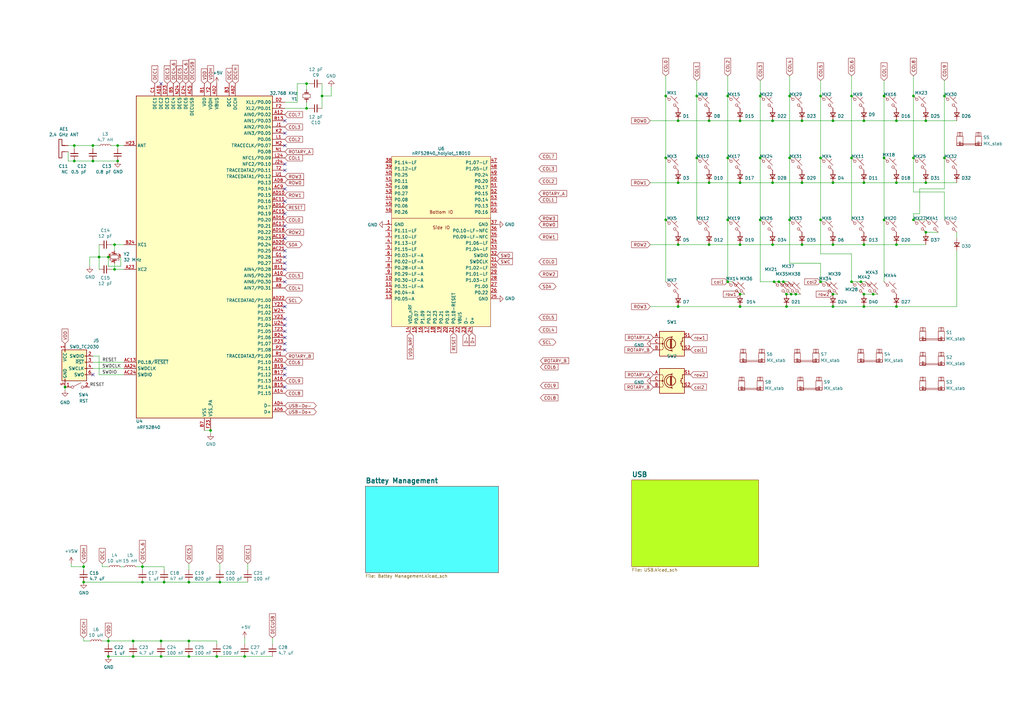
<source format=kicad_sch>
(kicad_sch (version 20230121) (generator eeschema)
  (paper "A3")
  (junction (at 303.53 100.33))
  (junction (at 367.665 125.73))
  (junction (at 303.53 120.65))
  (junction (at 44.45 105.41) (diameter 0.9144))
  (junction (at 273.05 39.37))
  (junction (at 362.585 39.37))
  (junction (at 336.55 39.37))
  (junction (at 354.33 125.73))
  (junction (at 319.405 115.57))
  (junction (at 273.05 64.77))
  (junction (at 290.83 74.93))
  (junction (at 323.85 39.37))
  (junction (at 303.53 125.73))
  (junction (at 324.485 120.65))
  (junction (at 34.29 238.76) (diameter 0.9144))
  (junction (at 341.63 120.65))
  (junction (at 278.13 100.33))
  (junction (at 100.33 269.24) (diameter 0.9144))
  (junction (at 26.67 158.75))
  (junction (at 362.585 90.17))
  (junction (at 58.42 238.76) (diameter 0.9144))
  (junction (at 341.63 125.73))
  (junction (at 354.33 100.33))
  (junction (at 34.29 232.41) (diameter 0.9144))
  (junction (at 44.45 262.89) (diameter 0.9144))
  (junction (at 367.665 100.33))
  (junction (at 354.33 74.93))
  (junction (at 40.64 105.41) (diameter 0.9144))
  (junction (at 38.1 66.04) (diameter 0.9144))
  (junction (at 341.63 100.33))
  (junction (at 46.99 100.33) (diameter 0.9144))
  (junction (at 354.33 120.65))
  (junction (at 311.785 90.17))
  (junction (at 125.73 44.45) (diameter 0.9144))
  (junction (at 341.63 74.93))
  (junction (at 278.13 49.53))
  (junction (at 379.73 49.53))
  (junction (at 285.75 64.77))
  (junction (at 298.45 90.17))
  (junction (at 48.26 59.69) (diameter 0.9144))
  (junction (at 374.65 39.37))
  (junction (at 322.58 120.65))
  (junction (at 328.93 74.93))
  (junction (at 323.85 64.77))
  (junction (at 298.45 64.77))
  (junction (at 290.83 49.53))
  (junction (at 362.585 64.77))
  (junction (at 387.35 39.37))
  (junction (at 316.865 100.33))
  (junction (at 90.17 238.76) (diameter 0.9144))
  (junction (at 336.55 115.57))
  (junction (at 303.53 74.93))
  (junction (at 86.36 176.53) (diameter 0.9144))
  (junction (at 88.9 269.24) (diameter 0.9144))
  (junction (at 328.93 49.53))
  (junction (at 374.65 90.17))
  (junction (at 48.26 66.04) (diameter 0.9144))
  (junction (at 358.14 120.65))
  (junction (at 349.25 39.37))
  (junction (at 336.55 90.17))
  (junction (at 323.85 90.17))
  (junction (at 328.93 100.33))
  (junction (at 317.5 115.57))
  (junction (at 326.39 120.65))
  (junction (at 30.48 59.69))
  (junction (at 387.35 64.77))
  (junction (at 285.75 39.37))
  (junction (at 77.47 269.24) (diameter 0.9144))
  (junction (at 44.45 269.24) (diameter 0.9144))
  (junction (at 349.25 115.57))
  (junction (at 38.1 59.69) (diameter 0.9144))
  (junction (at 367.665 74.93))
  (junction (at 379.73 74.93))
  (junction (at 54.61 269.24) (diameter 0.9144))
  (junction (at 311.785 64.77))
  (junction (at 290.83 100.33))
  (junction (at 367.665 49.53))
  (junction (at 316.865 74.93))
  (junction (at 303.53 49.53))
  (junction (at 316.865 49.53))
  (junction (at 125.73 34.29) (diameter 0.9144))
  (junction (at 66.04 269.24) (diameter 0.9144))
  (junction (at 66.04 262.89) (diameter 0.9144))
  (junction (at 349.25 64.77))
  (junction (at 54.61 262.89) (diameter 0.9144))
  (junction (at 298.45 39.37))
  (junction (at 30.48 66.04))
  (junction (at 322.58 125.73))
  (junction (at 67.31 238.76) (diameter 0.9144))
  (junction (at 353.06 115.57))
  (junction (at 273.05 90.17))
  (junction (at 298.45 115.57))
  (junction (at 341.63 49.53))
  (junction (at 336.55 64.77))
  (junction (at 77.47 238.76) (diameter 0.9144))
  (junction (at 77.47 262.89) (diameter 0.9144))
  (junction (at 278.13 125.73))
  (junction (at 321.31 115.57))
  (junction (at 311.785 39.37))
  (junction (at 379.73 95.25))
  (junction (at 46.99 110.49) (diameter 0.9144))
  (junction (at 58.42 232.41) (diameter 0.9144))
  (junction (at 132.08 39.37) (diameter 0.9144))
  (junction (at 354.33 49.53))
  (junction (at 374.65 64.77))
  (junction (at 278.13 74.93))
  (no_connect (at 116.84 59.69))
  (no_connect (at 116.84 133.35))
  (no_connect (at 116.84 135.89))
  (no_connect (at 116.84 110.49))
  (no_connect (at 116.84 115.57))
  (no_connect (at 116.84 151.13))
  (no_connect (at 116.84 140.97))
  (no_connect (at 116.84 158.75))
  (no_connect (at 116.84 92.71))
  (no_connect (at 116.84 54.61))
  (no_connect (at 116.84 143.51))
  (no_connect (at 116.84 105.41))
  (no_connect (at 116.84 67.31))
  (no_connect (at 116.84 82.55))
  (no_connect (at 116.84 125.73))
  (no_connect (at 116.84 87.63))
  (no_connect (at 116.84 49.53))
  (no_connect (at 116.84 77.47))
  (no_connect (at 116.84 107.95))
  (no_connect (at 116.84 130.81))
  (no_connect (at 116.84 69.85))
  (no_connect (at 116.84 102.87))
  (no_connect (at 38.1 153.67))
  (no_connect (at 116.84 138.43))
  (no_connect (at 116.84 97.79))
  (no_connect (at 66.04 34.29))
  (no_connect (at 116.84 153.67))
  (wire (pts (xy 303.53 49.53) (xy 316.865 49.53)))
  (wire (pts (xy 86.36 176.53) (xy 83.82 176.53)))
  (wire (pts (xy 285.75 39.37) (xy 285.75 64.77)))
  (wire (pts (xy 77.47 262.89) (xy 88.9 262.89)))
  (wire (pts (xy 367.665 74.93) (xy 379.73 74.93)))
  (wire (pts (xy 326.39 120.65) (xy 328.295 120.65)))
  (wire (pts (xy 58.42 232.41) (xy 67.31 232.41)))
  (wire (pts (xy 44.45 262.89) (xy 44.45 264.16)))
  (wire (pts (xy 44.45 269.24) (xy 54.61 269.24)))
  (wire (pts (xy 54.61 262.89) (xy 66.04 262.89)))
  (wire (pts (xy 316.865 100.33) (xy 328.93 100.33)))
  (wire (pts (xy 354.33 120.65) (xy 358.14 120.65)))
  (wire (pts (xy 54.61 269.24) (xy 66.04 269.24)))
  (wire (pts (xy 38.1 148.59) (xy 50.8 148.59)))
  (wire (pts (xy 278.13 125.73) (xy 303.53 125.73)))
  (wire (pts (xy 311.785 33.02) (xy 311.785 39.37)))
  (wire (pts (xy 298.45 90.17) (xy 298.45 115.57)))
  (wire (pts (xy 77.47 269.24) (xy 88.9 269.24)))
  (wire (pts (xy 362.585 33.02) (xy 362.585 39.37)))
  (wire (pts (xy 336.55 90.17) (xy 336.55 104.14)))
  (wire (pts (xy 379.73 95.25) (xy 384.81 95.25)))
  (wire (pts (xy 46.99 110.49) (xy 50.8 110.49)))
  (wire (pts (xy 36.83 105.41) (xy 40.64 105.41)))
  (wire (pts (xy 387.35 78.74) (xy 387.35 90.17)))
  (wire (pts (xy 34.29 233.68) (xy 34.29 232.41)))
  (wire (pts (xy 349.25 115.57) (xy 353.06 115.57)))
  (wire (pts (xy 377.19 77.47) (xy 387.35 77.47)))
  (wire (pts (xy 88.9 262.89) (xy 88.9 264.16)))
  (wire (pts (xy 125.73 34.29) (xy 127 34.29)))
  (wire (pts (xy 27.94 66.04) (xy 30.48 66.04)))
  (wire (pts (xy 362.585 90.17) (xy 362.585 115.57)))
  (wire (pts (xy 336.55 107.95) (xy 336.55 115.57)))
  (wire (pts (xy 44.45 262.89) (xy 54.61 262.89)))
  (wire (pts (xy 354.33 125.73) (xy 367.665 125.73)))
  (wire (pts (xy 67.31 232.41) (xy 67.31 233.68)))
  (wire (pts (xy 46.99 100.33) (xy 50.8 100.33)))
  (wire (pts (xy 55.88 232.41) (xy 58.42 232.41)))
  (wire (pts (xy 48.26 59.69) (xy 50.8 59.69)))
  (wire (pts (xy 46.99 110.49) (xy 45.72 110.49)))
  (wire (pts (xy 26.67 158.75) (xy 26.67 160.02)))
  (wire (pts (xy 392.43 102.87) (xy 392.43 125.73)))
  (wire (pts (xy 125.73 34.29) (xy 121.92 34.29)))
  (wire (pts (xy 44.45 109.22) (xy 44.45 105.41)))
  (wire (pts (xy 86.36 177.8) (xy 86.36 176.53)))
  (wire (pts (xy 278.13 49.53) (xy 290.83 49.53)))
  (wire (pts (xy 266.7 74.93) (xy 278.13 74.93)))
  (wire (pts (xy 77.47 262.89) (xy 77.47 264.16)))
  (wire (pts (xy 49.53 105.41) (xy 49.53 109.22)))
  (wire (pts (xy 354.33 49.53) (xy 367.665 49.53)))
  (wire (pts (xy 349.25 31.115) (xy 349.25 39.37)))
  (wire (pts (xy 273.05 90.17) (xy 273.05 115.57)))
  (wire (pts (xy 323.85 90.17) (xy 323.85 107.95)))
  (wire (pts (xy 36.83 109.22) (xy 36.83 105.41)))
  (wire (pts (xy 367.665 100.33) (xy 379.73 100.33)))
  (wire (pts (xy 319.405 115.57) (xy 321.31 115.57)))
  (wire (pts (xy 46.99 102.87) (xy 46.99 100.33)))
  (wire (pts (xy 38.1 59.69) (xy 38.1 60.96)))
  (wire (pts (xy 317.5 115.57) (xy 319.405 115.57)))
  (wire (pts (xy 121.92 34.29) (xy 121.92 41.91)))
  (wire (pts (xy 303.53 120.65) (xy 305.435 120.65)))
  (wire (pts (xy 328.93 49.53) (xy 341.63 49.53)))
  (wire (pts (xy 303.53 74.93) (xy 316.865 74.93)))
  (wire (pts (xy 341.63 74.93) (xy 354.33 74.93)))
  (wire (pts (xy 367.665 125.73) (xy 392.43 125.73)))
  (wire (pts (xy 324.485 120.65) (xy 326.39 120.65)))
  (wire (pts (xy 100.33 269.24) (xy 111.76 269.24)))
  (wire (pts (xy 349.25 39.37) (xy 349.25 64.77)))
  (wire (pts (xy 278.13 74.93) (xy 290.83 74.93)))
  (wire (pts (xy 135.89 39.37) (xy 132.08 39.37)))
  (wire (pts (xy 266.7 100.33) (xy 278.13 100.33)))
  (wire (pts (xy 341.63 100.33) (xy 354.33 100.33)))
  (wire (pts (xy 374.65 39.37) (xy 374.65 64.77)))
  (wire (pts (xy 341.63 125.73) (xy 354.33 125.73)))
  (wire (pts (xy 354.33 74.93) (xy 367.665 74.93)))
  (wire (pts (xy 266.7 49.53) (xy 278.13 49.53)))
  (wire (pts (xy 328.93 74.93) (xy 341.63 74.93)))
  (wire (pts (xy 40.64 59.69) (xy 38.1 59.69)))
  (wire (pts (xy 336.55 115.57) (xy 338.455 115.57)))
  (wire (pts (xy 374.65 87.63) (xy 374.65 90.17)))
  (wire (pts (xy 49.53 232.41) (xy 50.8 232.41)))
  (wire (pts (xy 311.8193 115.57) (xy 311.785 115.5357)))
  (wire (pts (xy 40.64 110.49) (xy 40.64 105.41)))
  (wire (pts (xy 316.865 74.93) (xy 328.93 74.93)))
  (wire (pts (xy 290.83 100.33) (xy 303.53 100.33)))
  (wire (pts (xy 317.5 115.57) (xy 311.8193 115.57)))
  (wire (pts (xy 49.53 109.22) (xy 44.45 109.22)))
  (wire (pts (xy 135.89 35.56) (xy 135.89 39.37)))
  (wire (pts (xy 29.21 231.14) (xy 29.21 232.41)))
  (wire (pts (xy 132.08 39.37) (xy 132.08 44.45)))
  (wire (pts (xy 132.08 34.29) (xy 132.08 39.37)))
  (wire (pts (xy 44.45 262.89) (xy 41.91 262.89)))
  (wire (pts (xy 377.19 77.47) (xy 377.19 87.63)))
  (wire (pts (xy 58.42 238.76) (xy 67.31 238.76)))
  (wire (pts (xy 41.91 231.14) (xy 41.91 232.41)))
  (wire (pts (xy 46.99 107.95) (xy 46.99 110.49)))
  (wire (pts (xy 298.45 39.37) (xy 298.45 64.77)))
  (wire (pts (xy 40.64 105.41) (xy 40.64 100.33)))
  (wire (pts (xy 58.42 232.41) (xy 58.42 231.14)))
  (wire (pts (xy 111.76 261.62) (xy 111.76 264.16)))
  (wire (pts (xy 311.785 39.37) (xy 311.785 64.77)))
  (wire (pts (xy 322.58 120.65) (xy 324.485 120.65)))
  (wire (pts (xy 27.94 62.23) (xy 27.94 66.04)))
  (wire (pts (xy 77.47 233.68) (xy 77.47 231.14)))
  (wire (pts (xy 298.45 64.77) (xy 298.45 90.17)))
  (wire (pts (xy 298.45 115.57) (xy 300.355 115.57)))
  (wire (pts (xy 336.55 104.14) (xy 349.25 104.14)))
  (wire (pts (xy 266.7 125.73) (xy 278.13 125.73)))
  (wire (pts (xy 36.83 262.89) (xy 34.29 262.89)))
  (wire (pts (xy 58.42 232.41) (xy 58.42 233.68)))
  (wire (pts (xy 311.785 90.17) (xy 311.785 115.5357)))
  (wire (pts (xy 273.05 31.115) (xy 273.05 39.37)))
  (wire (pts (xy 30.48 66.04) (xy 38.1 66.04)))
  (wire (pts (xy 46.99 100.33) (xy 45.72 100.33)))
  (wire (pts (xy 374.65 78.74) (xy 387.35 78.74)))
  (wire (pts (xy 303.53 125.73) (xy 322.58 125.73)))
  (wire (pts (xy 34.29 261.62) (xy 34.29 262.89)))
  (wire (pts (xy 322.58 125.73) (xy 341.63 125.73)))
  (wire (pts (xy 349.25 104.14) (xy 349.25 115.57)))
  (wire (pts (xy 67.31 238.76) (xy 77.47 238.76)))
  (wire (pts (xy 41.91 232.41) (xy 44.45 232.41)))
  (wire (pts (xy 48.26 59.69) (xy 48.26 60.96)))
  (wire (pts (xy 379.73 49.53) (xy 392.43 49.53)))
  (wire (pts (xy 374.65 90.17) (xy 379.73 90.17)))
  (wire (pts (xy 273.05 64.77) (xy 273.05 90.17)))
  (wire (pts (xy 358.14 120.65) (xy 360.045 120.65)))
  (wire (pts (xy 316.865 49.53) (xy 328.93 49.53)))
  (wire (pts (xy 100.33 261.62) (xy 100.33 264.16)))
  (wire (pts (xy 27.94 59.69) (xy 30.48 59.69)))
  (wire (pts (xy 392.43 95.25) (xy 392.43 97.79)))
  (wire (pts (xy 323.85 31.115) (xy 323.85 39.37)))
  (wire (pts (xy 290.83 74.93) (xy 303.53 74.93)))
  (wire (pts (xy 116.84 44.45) (xy 125.73 44.45)))
  (wire (pts (xy 38.1 146.05) (xy 40.64 146.05)))
  (wire (pts (xy 285.75 64.77) (xy 285.75 90.17)))
  (wire (pts (xy 125.73 36.83) (xy 125.73 34.29)))
  (wire (pts (xy 54.61 264.16) (xy 54.61 262.89)))
  (wire (pts (xy 125.73 44.45) (xy 127 44.45)))
  (wire (pts (xy 336.55 64.77) (xy 336.55 90.17)))
  (wire (pts (xy 125.73 41.91) (xy 125.73 44.45)))
  (wire (pts (xy 387.35 33.02) (xy 387.35 39.37)))
  (wire (pts (xy 273.05 39.37) (xy 273.05 64.77)))
  (wire (pts (xy 77.47 238.76) (xy 90.17 238.76)))
  (wire (pts (xy 44.45 261.62) (xy 44.45 262.89)))
  (wire (pts (xy 40.64 153.67) (xy 50.8 153.67)))
  (wire (pts (xy 328.93 100.33) (xy 341.63 100.33)))
  (wire (pts (xy 354.33 100.33) (xy 367.665 100.33)))
  (wire (pts (xy 90.17 231.14) (xy 90.17 233.68)))
  (wire (pts (xy 298.45 31.115) (xy 298.45 39.37)))
  (wire (pts (xy 88.9 269.24) (xy 100.33 269.24)))
  (wire (pts (xy 38.1 151.13) (xy 50.8 151.13)))
  (wire (pts (xy 321.31 115.57) (xy 323.215 115.57)))
  (wire (pts (xy 29.21 232.41) (xy 34.29 232.41)))
  (wire (pts (xy 121.92 41.91) (xy 116.84 41.91)))
  (wire (pts (xy 341.63 49.53) (xy 354.33 49.53)))
  (wire (pts (xy 290.83 49.53) (xy 303.53 49.53)))
  (wire (pts (xy 44.45 105.41) (xy 40.64 105.41)))
  (wire (pts (xy 303.53 100.33) (xy 316.865 100.33)))
  (wire (pts (xy 374.65 87.63) (xy 377.19 87.63)))
  (wire (pts (xy 66.04 262.89) (xy 66.04 264.16)))
  (wire (pts (xy 367.665 49.53) (xy 379.73 49.53)))
  (wire (pts (xy 45.72 59.69) (xy 48.26 59.69)))
  (wire (pts (xy 374.65 31.115) (xy 374.65 39.37)))
  (wire (pts (xy 379.73 74.93) (xy 392.43 74.93)))
  (wire (pts (xy 323.85 107.95) (xy 336.55 107.95)))
  (wire (pts (xy 66.04 262.89) (xy 77.47 262.89)))
  (wire (pts (xy 30.48 59.69) (xy 30.48 60.96)))
  (wire (pts (xy 34.29 238.76) (xy 58.42 238.76)))
  (wire (pts (xy 349.25 64.77) (xy 349.25 90.17)))
  (wire (pts (xy 40.64 146.05) (xy 40.64 153.67)))
  (wire (pts (xy 323.85 64.77) (xy 323.85 90.17)))
  (wire (pts (xy 34.29 232.41) (xy 34.29 231.14)))
  (wire (pts (xy 336.55 33.02) (xy 336.55 39.37)))
  (wire (pts (xy 341.63 120.65) (xy 343.535 120.65)))
  (wire (pts (xy 66.04 269.24) (xy 77.47 269.24)))
  (wire (pts (xy 387.35 64.77) (xy 387.35 77.47)))
  (wire (pts (xy 374.65 64.77) (xy 374.65 78.74)))
  (wire (pts (xy 311.785 64.77) (xy 311.785 90.17)))
  (wire (pts (xy 285.75 33.02) (xy 285.75 39.37)))
  (wire (pts (xy 30.48 59.69) (xy 38.1 59.69)))
  (wire (pts (xy 323.85 39.37) (xy 323.85 64.77)))
  (wire (pts (xy 101.6 231.14) (xy 101.6 233.68)))
  (wire (pts (xy 278.13 100.33) (xy 290.83 100.33)))
  (wire (pts (xy 387.35 39.37) (xy 387.35 64.77)))
  (wire (pts (xy 90.17 238.76) (xy 101.6 238.76)))
  (wire (pts (xy 362.585 39.37) (xy 362.585 64.77)))
  (wire (pts (xy 38.1 66.04) (xy 48.26 66.04)))
  (wire (pts (xy 362.585 64.77) (xy 362.585 90.17)))
  (wire (pts (xy 353.06 115.57) (xy 354.965 115.57)))
  (wire (pts (xy 336.55 39.37) (xy 336.55 64.77)))
  (label "SWDCLK" (at 41.91 151.13 0))
  (label "SWDIO" (at 41.91 153.67 0))
  (label "RESET" (at 36.83 158.75 0))
  (label "RESET" (at 41.91 148.59 0))
  (global_label "DCC" (shape input) (at 41.91 231.14 90) (property "Intersheetrefs" "${INTERSHEET_REFS}" (effects hide)))
  (global_label "VDD" (shape input) (at 44.45 261.62 90) (property "Intersheetrefs" "${INTERSHEET_REFS}" (effects hide)))
  (global_label "ROW3" (shape input) (at 266.7 125.73 180) (property "Intersheetrefs" "${INTERSHEET_REFS}" (effects hide)))
  (global_label "ROTARY_B" (shape input) (at 267.97 143.51 180) (property "Intersheetrefs" "${INTERSHEET_REFS}" (effects hide)))
  (global_label "DEC1" (shape input) (at 63.5 34.29 90) (property "Intersheetrefs" "${INTERSHEET_REFS}" (effects hide)))
  (global_label "ROW0" (shape input) (at 220.98 92.075 0) (property "Intersheetrefs" "${INTERSHEET_REFS}" (effects hide)))
  (global_label "SWD" (shape input) (at 203.835 104.775 0) (property "Intersheetrefs" "${INTERSHEET_REFS}" (effects hide)))
  (global_label "ROW0" (shape input) (at 116.84 74.93 0) (property "Intersheetrefs" "${INTERSHEET_REFS}" (effects hide)))
  (global_label "RESET" (shape input) (at 186.055 136.525 270) (property "Intersheetrefs" "${INTERSHEET_REFS}" (effects hide)))
  (global_label "row1" (shape input) (at 283.21 138.43 0) (property "Intersheetrefs" "${INTERSHEET_REFS}" (effects hide)))
  (global_label "DEC4_6" (shape input) (at 71.12 34.29 90) (property "Intersheetrefs" "${INTERSHEET_REFS}" (effects hide)))
  (global_label "DCCH" (shape input) (at 96.52 34.29 90) (property "Intersheetrefs" "${INTERSHEET_REFS}" (effects hide)))
  (global_label "COL0" (shape input) (at 116.84 90.17 0) (property "Intersheetrefs" "${INTERSHEET_REFS}" (effects hide)))
  (global_label "VDD_NRF" (shape input) (at 168.275 136.525 270) (property "Intersheetrefs" "${INTERSHEET_REFS}" (effects hide)))
  (global_label "SWC" (shape input) (at 203.835 107.315 0) (property "Intersheetrefs" "${INTERSHEET_REFS}" (effects hide)))
  (global_label "RESET" (shape input) (at 116.84 85.09 0) (property "Intersheetrefs" "${INTERSHEET_REFS}" (effects hide)))
  (global_label "ROW3" (shape input) (at 220.98 89.535 0) (property "Intersheetrefs" "${INTERSHEET_REFS}" (effects hide)))
  (global_label "col2" (shape input) (at 283.21 158.75 0) (property "Intersheetrefs" "${INTERSHEET_REFS}" (effects hide)))
  (global_label "ROTARY_B" (shape input) (at 221.615 147.955 0) (property "Intersheetrefs" "${INTERSHEET_REFS}" (effects hide)))
  (global_label "row2" (shape input) (at 341.63 120.65 180) (property "Intersheetrefs" "${INTERSHEET_REFS}" (effects hide)))
  (global_label "COL1" (shape input) (at 116.84 64.77 0) (property "Intersheetrefs" "${INTERSHEET_REFS}" (effects hide)))
  (global_label "ROW3" (shape input) (at 116.84 72.39 0) (property "Intersheetrefs" "${INTERSHEET_REFS}" (effects hide)))
  (global_label "VDD" (shape input) (at 83.82 34.29 90) (property "Intersheetrefs" "${INTERSHEET_REFS}" (effects hide)))
  (global_label "COL1" (shape input) (at 285.75 33.02 90) (property "Intersheetrefs" "${INTERSHEET_REFS}" (effects hide)))
  (global_label "col1" (shape input) (at 283.21 143.51 0) (property "Intersheetrefs" "${INTERSHEET_REFS}" (effects hide)))
  (global_label "row1" (shape input) (at 303.53 120.65 180) (property "Intersheetrefs" "${INTERSHEET_REFS}" (effects hide)))
  (global_label "COL4" (shape input) (at 116.84 118.11 0) (property "Intersheetrefs" "${INTERSHEET_REFS}" (effects hide)))
  (global_label "SDA" (shape bidirectional) (at 220.98 117.475 0) (property "Intersheetrefs" "${INTERSHEET_REFS}" (effects hide)))
  (global_label "ROTARY_A" (shape input) (at 220.98 79.375 0) (property "Intersheetrefs" "${INTERSHEET_REFS}" (effects hide)))
  (global_label "COL6" (shape input) (at 221.615 150.495 0) (property "Intersheetrefs" "${INTERSHEET_REFS}" (effects hide)))
  (global_label "VDDH" (shape input) (at 34.29 231.14 90) (property "Intersheetrefs" "${INTERSHEET_REFS}" (effects hide)))
  (global_label "COL5" (shape input) (at 220.98 130.175 0) (property "Intersheetrefs" "${INTERSHEET_REFS}" (effects hide)))
  (global_label "ROTARY_A" (shape input) (at 267.97 153.67 180) (property "Intersheetrefs" "${INTERSHEET_REFS}" (effects hide)))
  (global_label "COL0" (shape input) (at 273.05 31.115 90) (property "Intersheetrefs" "${INTERSHEET_REFS}" (effects hide)))
  (global_label "COL2" (shape input) (at 298.45 31.115 90) (property "Intersheetrefs" "${INTERSHEET_REFS}" (effects hide)))
  (global_label "USB-Do+" (shape bidirectional) (at 116.84 168.91 0) (property "Intersheetrefs" "${INTERSHEET_REFS}" (effects hide)))
  (global_label "COL6" (shape input) (at 116.84 148.59 0) (property "Intersheetrefs" "${INTERSHEET_REFS}" (effects hide)))
  (global_label "ROW2" (shape input) (at 116.84 95.25 0) (property "Intersheetrefs" "${INTERSHEET_REFS}" (effects hide)))
  (global_label "D-" (shape input) (at 191.135 136.525 270) (property "Intersheetrefs" "${INTERSHEET_REFS}" (effects hide)))
  (global_label "DEC3" (shape input) (at 90.17 231.14 90) (property "Intersheetrefs" "${INTERSHEET_REFS}" (effects hide)))
  (global_label "ROW1" (shape input) (at 266.7 74.93 180) (property "Intersheetrefs" "${INTERSHEET_REFS}" (effects hide)))
  (global_label "DEC1" (shape input) (at 101.6 231.14 90) (property "Intersheetrefs" "${INTERSHEET_REFS}" (effects hide)))
  (global_label "ROTARY_A" (shape input) (at 116.84 62.23 0) (property "Intersheetrefs" "${INTERSHEET_REFS}" (effects hide)))
  (global_label "DECUSB" (shape input) (at 78.74 34.29 90) (property "Intersheetrefs" "${INTERSHEET_REFS}" (effects hide)))
  (global_label "ROW1" (shape input) (at 116.84 80.01 0) (property "Intersheetrefs" "${INTERSHEET_REFS}" (effects hide)))
  (global_label "USB-Do-" (shape bidirectional) (at 116.84 166.37 0) (property "Intersheetrefs" "${INTERSHEET_REFS}" (effects hide)))
  (global_label "ROTARY_B" (shape input) (at 267.97 158.75 180) (property "Intersheetrefs" "${INTERSHEET_REFS}" (effects hide)))
  (global_label "COL8" (shape input) (at 221.615 163.195 0) (property "Intersheetrefs" "${INTERSHEET_REFS}" (effects hide)))
  (global_label "ROW2" (shape input) (at 266.7 100.33 180) (property "Intersheetrefs" "${INTERSHEET_REFS}" (effects hide)))
  (global_label "ROW0" (shape input) (at 266.7 49.53 180) (property "Intersheetrefs" "${INTERSHEET_REFS}" (effects hide)))
  (global_label "ROTARY_A" (shape input) (at 267.97 138.43 180) (property "Intersheetrefs" "${INTERSHEET_REFS}" (effects hide)))
  (global_label "COL5" (shape input) (at 116.84 113.03 0) (property "Intersheetrefs" "${INTERSHEET_REFS}" (effects hide)))
  (global_label "COL5" (shape input) (at 336.55 33.02 90) (property "Intersheetrefs" "${INTERSHEET_REFS}" (effects hide)))
  (global_label "COL7" (shape input) (at 362.585 33.02 90) (property "Intersheetrefs" "${INTERSHEET_REFS}" (effects hide)))
  (global_label "VDD" (shape input) (at 26.67 140.97 90) (property "Intersheetrefs" "${INTERSHEET_REFS}" (effects hide)))
  (global_label "col1" (shape input) (at 298.45 115.57 180) (property "Intersheetrefs" "${INTERSHEET_REFS}" (effects hide)))
  (global_label "COL0" (shape input) (at 220.98 107.315 0) (property "Intersheetrefs" "${INTERSHEET_REFS}" (effects hide)))
  (global_label "COL9" (shape input) (at 221.615 158.115 0) (property "Intersheetrefs" "${INTERSHEET_REFS}" (effects hide)))
  (global_label "SCL" (shape bidirectional) (at 116.84 123.19 0) (property "Intersheetrefs" "${INTERSHEET_REFS}" (effects hide)))
  (global_label "COL3" (shape input) (at 116.84 52.07 0) (property "Intersheetrefs" "${INTERSHEET_REFS}" (effects hide)))
  (global_label "COL9" (shape input) (at 387.35 33.02 90) (property "Intersheetrefs" "${INTERSHEET_REFS}" (effects hide)))
  (global_label "VDDH" (shape input) (at 86.36 34.29 90) (property "Intersheetrefs" "${INTERSHEET_REFS}" (effects hide)))
  (global_label "COL8" (shape input) (at 116.84 161.29 0) (property "Intersheetrefs" "${INTERSHEET_REFS}" (effects hide)))
  (global_label "COL7" (shape input) (at 116.84 46.99 0) (property "Intersheetrefs" "${INTERSHEET_REFS}" (effects hide)))
  (global_label "SDA" (shape bidirectional) (at 116.84 100.33 0) (property "Intersheetrefs" "${INTERSHEET_REFS}" (effects hide)))
  (global_label "ROTARY_B" (shape input) (at 116.84 146.05 0) (property "Intersheetrefs" "${INTERSHEET_REFS}" (effects hide)))
  (global_label "COL6" (shape input) (at 349.25 31.115 90) (property "Intersheetrefs" "${INTERSHEET_REFS}" (effects hide)))
  (global_label "COL8" (shape input) (at 374.65 31.115 90) (property "Intersheetrefs" "${INTERSHEET_REFS}" (effects hide)))
  (global_label "SCL" (shape bidirectional) (at 220.98 140.335 0) (property "Intersheetrefs" "${INTERSHEET_REFS}" (effects hide)))
  (global_label "COL3" (shape input) (at 220.98 69.215 0) (property "Intersheetrefs" "${INTERSHEET_REFS}" (effects hide)))
  (global_label "DECUSB" (shape input) (at 111.76 261.62 90) (property "Intersheetrefs" "${INTERSHEET_REFS}" (effects hide)))
  (global_label "D+" (shape input) (at 193.675 136.525 270) (property "Intersheetrefs" "${INTERSHEET_REFS}" (effects hide)))
  (global_label "COL2" (shape input) (at 116.84 57.15 0) (property "Intersheetrefs" "${INTERSHEET_REFS}" (effects hide)))
  (global_label "DEC5" (shape input) (at 77.47 231.14 90) (property "Intersheetrefs" "${INTERSHEET_REFS}" (effects hide)))
  (global_label "DEC5" (shape input) (at 73.66 34.29 90) (property "Intersheetrefs" "${INTERSHEET_REFS}" (effects hide)))
  (global_label "COL9" (shape input) (at 116.84 156.21 0) (property "Intersheetrefs" "${INTERSHEET_REFS}" (effects hide)))
  (global_label "DEC3" (shape input) (at 68.58 34.29 90) (property "Intersheetrefs" "${INTERSHEET_REFS}" (effects hide)))
  (global_label "COL7" (shape input) (at 220.98 64.135 0) (property "Intersheetrefs" "${INTERSHEET_REFS}" (effects hide)))
  (global_label "ROW1" (shape input) (at 220.98 97.155 0) (property "Intersheetrefs" "${INTERSHEET_REFS}" (effects hide)))
  (global_label "row2" (shape input) (at 283.21 153.67 0) (property "Intersheetrefs" "${INTERSHEET_REFS}" (effects hide)))
  (global_label "ROW2" (shape input) (at 220.98 112.395 0) (property "Intersheetrefs" "${INTERSHEET_REFS}" (effects hide)))
  (global_label "DCC" (shape input) (at 93.98 34.29 90) (property "Intersheetrefs" "${INTERSHEET_REFS}" (effects hide)))
  (global_label "COL3" (shape input) (at 311.785 33.02 90) (property "Intersheetrefs" "${INTERSHEET_REFS}" (effects hide)))
  (global_label "DEC4_6" (shape input) (at 58.42 231.14 90) (property "Intersheetrefs" "${INTERSHEET_REFS}" (effects hide)))
  (global_label "COL4" (shape input) (at 220.98 135.255 0) (property "Intersheetrefs" "${INTERSHEET_REFS}" (effects hide)))
  (global_label "DCCH" (shape input) (at 34.29 261.62 90) (property "Intersheetrefs" "${INTERSHEET_REFS}" (effects hide)))
  (global_label "col2" (shape input) (at 336.55 115.57 180) (property "Intersheetrefs" "${INTERSHEET_REFS}" (effects hide)))
  (global_label "COL1" (shape input) (at 220.98 81.915 0) (property "Intersheetrefs" "${INTERSHEET_REFS}" (effects hide)))
  (global_label "COL2" (shape input) (at 220.98 74.295 0) (property "Intersheetrefs" "${INTERSHEET_REFS}" (effects hide)))
  (global_label "DEC4_6" (shape input) (at 76.2 34.29 90) (property "Intersheetrefs" "${INTERSHEET_REFS}" (effects hide)))
  (global_label "COL4" (shape input) (at 323.85 31.115 90) (property "Intersheetrefs" "${INTERSHEET_REFS}" (effects hide)))
  (symbol (lib_id "Device:D_Small") (at 354.33 97.79 90) (unit 1)
    (property "Reference" "D13" (at 356.235 98.425 90) (effects (justify right)))
    (property "Value" "D_Small" (effects hide))
    (property "Footprint" "Diode_SMD:D_SOD-123F" (effects hide))
    (property "Sim.Device" "D" (effects hide))
    (property "Sim.Pins" "1=K 2=A" (effects hide))
  )
  (symbol (lib_id "PCM_marbastlib-mx:MX_stab") (at 382.27 137.16 0) (unit 1) (in_bom no) (on_board no)
    (property "Reference" "S1" (at 387.985 136.398 0) (effects (justify left)))
    (property "Value" "MX_stab" (at 387.985 138.938 0) (effects (justify left)))
    (property "Footprint" "PCM_marbastlib-mx:STAB_MX_P_ISO" (effects hide))
  )
  (symbol (lib_id "power:GND") (at 48.26 66.04 0) (unit 1)
    (property "Reference" "#PWR024" (effects hide))
    (property "Value" "GND" (at 48.387 70.4342 0))
  )
  (symbol (lib_id "PCM_marbastlib-mx:MX_SW_solder") (at 300.99 67.31 0) (unit 1)
    (property "Reference" "MX17" (at 300.99 64.135 0))
    (property "Value" "MX_SW_solder" (effects hide))
    (property "Footprint" "PCM_marbastlib-mx:SW_MX_1u" (effects hide))
  )
  (symbol (lib_id "power:GND") (at 86.36 177.8 0) (unit 1)
    (property "Reference" "#PWR027" (effects hide))
    (property "Value" "GND" (at 86.487 182.1942 0))
  )
  (symbol (lib_id "Device:C_Small") (at 77.47 236.22 0) (unit 1)
    (property "Reference" "C19" (at 79.8068 235.0516 0) (effects (justify left)))
    (property "Value" "820 pF" (at 79.8068 237.363 0) (effects (justify left)))
    (property "Footprint" "Capacitor_SMD:C_0402_1005Metric" (effects hide))
    (property "Notes" "NP0, 5%" (effects hide))
    (property "LCSC" "C161159" (effects hide))
  )
  (symbol (lib_id "power:GND") (at 44.45 269.24 0) (unit 1)
    (property "Reference" "#PWR031" (effects hide))
    (property "Value" "GND" (at 44.577 273.6342 0))
  )
  (symbol (lib_id "power:GND") (at 203.835 92.075 90) (unit 1)
    (property "Reference" "#PWR036" (effects hide))
    (property "Value" "GND" (at 207.01 92.075 90) (effects (justify right)))
  )
  (symbol (lib_id "Device:D_Small") (at 341.63 72.39 90) (unit 1)
    (property "Reference" "D4" (at 343.535 73.025 90) (effects (justify right)))
    (property "Value" "D_Small" (effects hide))
    (property "Footprint" "Diode_SMD:D_SOD-123F" (effects hide))
    (property "Sim.Device" "D" (effects hide))
    (property "Sim.Pins" "1=K 2=A" (effects hide))
  )
  (symbol (lib_id "PCM_marbastlib-mx:MX_SW_solder") (at 377.19 41.91 0) (unit 1)
    (property "Reference" "MX23" (at 377.825 38.1 0))
    (property "Value" "MX_SW_solder" (effects hide))
    (property "Footprint" "PCM_marbastlib-mx:SW_MX_1u" (effects hide))
  )
  (symbol (lib_id "Device:D_Small") (at 303.53 72.39 90) (unit 1)
    (property "Reference" "D17" (at 305.435 73.025 90) (effects (justify right)))
    (property "Value" "D_Small" (effects hide))
    (property "Footprint" "Diode_SMD:D_SOD-123F" (effects hide))
    (property "Sim.Device" "D" (effects hide))
    (property "Sim.Pins" "1=K 2=A" (effects hide))
  )
  (symbol (lib_id "PCM_marbastlib-mx:MX_SW_solder") (at 321.945 118.11 0) (unit 1)
    (property "Reference" "MX35" (at 320.675 112.395 0))
    (property "Value" "MX_SW_solder" (effects hide))
    (property "Footprint" "PCM_marbastlib-mx:SW_MX_1u" (effects hide))
  )
  (symbol (lib_id "Device:C_Small") (at 34.29 236.22 0) (unit 1)
    (property "Reference" "C16" (at 36.6268 235.0516 0) (effects (justify left)))
    (property "Value" "4.7 uF" (at 36.6268 237.363 0) (effects (justify left)))
    (property "Footprint" "Capacitor_SMD:C_0402_1005Metric" (effects hide))
    (property "Notes" "X7R, 10%" (effects hide))
    (property "LCSC" "C23733" (effects hide))
  )
  (symbol (lib_id "PCM_marbastlib-mx:MX_SW_solder") (at 300.99 118.11 0) (unit 1)
    (property "Reference" "MX14" (at 300.355 114.3 0))
    (property "Value" "MX_SW_solder" (effects hide))
    (property "Footprint" "PCM_marbastlib-mx:SW_MX_1u" (effects hide))
  )
  (symbol (lib_id "PCM_marbastlib-mx:MX_SW_solder") (at 351.79 118.11 0) (unit 1)
    (property "Reference" "MX28" (at 349.25 118.745 0))
    (property "Value" "MX_SW_solder" (effects hide))
    (property "Footprint" "PCM_marbastlib-mx:SW_MX_1u" (effects hide))
  )
  (symbol (lib_id "PCM_marbastlib-mx:MX_SW_solder") (at 365.125 67.31 0) (unit 1)
    (property "Reference" "MX18" (at 364.49 63.5 0))
    (property "Value" "MX_SW_solder" (effects hide))
    (property "Footprint" "PCM_marbastlib-mx:SW_MX_1u" (effects hide))
  )
  (symbol (lib_id "Device:D_Small") (at 278.13 72.39 90) (unit 1)
    (property "Reference" "D3" (at 280.035 73.025 90) (effects (justify right)))
    (property "Value" "D_Small" (effects hide))
    (property "Footprint" "Diode_SMD:D_SOD-123F" (effects hide))
    (property "Sim.Device" "D" (effects hide))
    (property "Sim.Pins" "1=K 2=A" (effects hide))
  )
  (symbol (lib_id "Device:D_Small") (at 316.865 72.39 90) (unit 1)
    (property "Reference" "D28" (at 318.77 73.025 90) (effects (justify right)))
    (property "Value" "D_Small" (effects hide))
    (property "Footprint" "Diode_SMD:D_SOD-123F" (effects hide))
    (property "Sim.Device" "D" (effects hide))
    (property "Sim.Pins" "1=K 2=A" (effects hide))
  )
  (symbol (lib_id "Device:D_Small") (at 392.43 46.99 90) (unit 1)
    (property "Reference" "D26" (at 394.335 47.625 90) (effects (justify right)))
    (property "Value" "D_Small" (effects hide))
    (property "Footprint" "Diode_SMD:D_SOD-123F" (effects hide))
    (property "Sim.Device" "D" (effects hide))
    (property "Sim.Pins" "1=K 2=A" (effects hide))
  )
  (symbol (lib_id "PCM_marbastlib-mx:MX_SW_solder") (at 377.19 92.71 0) (unit 1)
    (property "Reference" "MX27" (at 377.19 89.535 0))
    (property "Value" "MX_SW_solder" (effects hide))
    (property "Footprint" "PCM_marbastlib-mx:SW_MX_1u" (effects hide))
  )
  (symbol (lib_id "PCM_marbastlib-mx:MX_SW_solder") (at 365.125 118.11 0) (unit 1)
    (property "Reference" "MX44" (at 365.125 113.03 0))
    (property "Value" "MX_SW_solder" (effects hide))
    (property "Footprint" "PCM_marbastlib-mx:SW_MX_1.25u" (effects hide))
  )
  (symbol (lib_id "Device:D_Small") (at 367.665 46.99 90) (unit 1)
    (property "Reference" "D16" (at 369.57 47.625 90) (effects (justify right)))
    (property "Value" "D_Small" (effects hide))
    (property "Footprint" "Diode_SMD:D_SOD-123F" (effects hide))
    (property "Sim.Device" "D" (effects hide))
    (property "Sim.Pins" "1=K 2=A" (effects hide))
  )
  (symbol (lib_id "PCM_marbastlib-mx:MX_SW_solder") (at 300.99 92.71 0) (unit 1)
    (property "Reference" "MX19" (at 300.99 89.535 0))
    (property "Value" "MX_SW_solder" (effects hide))
    (property "Footprint" "PCM_marbastlib-mx:SW_MX_1u" (effects hide))
  )
  (symbol (lib_id "Device:D_Small") (at 379.73 97.79 90) (unit 1)
    (property "Reference" "D37" (at 381.635 98.425 90) (effects (justify right)))
    (property "Value" "D_Small" (effects hide))
    (property "Footprint" "Diode_SMD:D_SOD-123F" (effects hide))
    (property "Sim.Device" "D" (effects hide))
    (property "Sim.Pins" "1=K 2=A" (effects hide))
  )
  (symbol (lib_id "Device:D_Small") (at 354.33 123.19 90) (unit 1)
    (property "Reference" "D40" (at 356.235 123.825 90) (effects (justify right)))
    (property "Value" "D_Small" (effects hide))
    (property "Footprint" "Diode_SMD:D_SOD-123F" (effects hide))
    (property "Sim.Device" "D" (effects hide))
    (property "Sim.Pins" "1=K 2=A" (effects hide))
  )
  (symbol (lib_id "Device:Crystal_GND24_Small") (at 46.99 105.41 270) (unit 1)
    (property "Reference" "Y2" (at 50.6476 104.2416 90) (effects (justify left)))
    (property "Value" "32 MHz" (at 50.6476 106.553 90) (effects (justify left)))
    (property "Footprint" "Crystal:Crystal_SMD_2016-4Pin_2.0x1.6mm" (effects hide))
    (property "Datasheet" "https://datasheet.lcsc.com/szlcsc/Seiko-Epson-Q22FA12800025_C187794.pdf" (effects hide))
    (property "LCSC" "C187794" (effects hide))
  )
  (symbol (lib_id "Device:D_Small") (at 290.83 72.39 90) (unit 1)
    (property "Reference" "D10" (at 292.735 73.025 90) (effects (justify right)))
    (property "Value" "D_Small" (effects hide))
    (property "Footprint" "Diode_SMD:D_SOD-123F" (effects hide))
    (property "Sim.Device" "D" (effects hide))
    (property "Sim.Pins" "1=K 2=A" (effects hide))
  )
  (symbol (lib_id "Device:D_Small") (at 278.13 123.19 90) (unit 1)
    (property "Reference" "D7" (at 280.035 123.825 90) (effects (justify right)))
    (property "Value" "D_Small" (effects hide))
    (property "Footprint" "Diode_SMD:D_SOD-123F" (effects hide))
    (property "Sim.Device" "D" (effects hide))
    (property "Sim.Pins" "1=K 2=A" (effects hide))
  )
  (symbol (lib_id "marbastlib-various:JTAG_TC2030") (at 31.75 151.13 0) (mirror y) (unit 1)
    (property "Reference" "J5" (at 40.64 139.7 0) (effects (justify left)))
    (property "Value" "SWD_TC2030" (at 40.64 142.24 0) (effects (justify left)))
    (property "Footprint" "PCM_marbastlib-various:CON_TC2030_outlined" (effects hide))
    (property "Datasheet" " ~" (effects hide))
  )
  (symbol (lib_id "Device:C_Small") (at 38.1 63.5 180) (unit 1)
    (property "Reference" "C12" (at 35.56 68.1736 0) (effects (justify left)))
    (property "Value" "0.5 pF" (at 35.56 70.485 0) (effects (justify left)))
    (property "Footprint" "Capacitor_SMD:C_0402_1005Metric" (effects hide))
    (property "Notes" "NP0, 10%" (effects hide))
    (property "LCSC" "C77179" (effects hide))
  )
  (symbol (lib_id "Device:L_Small") (at 43.18 59.69 90) (unit 1)
    (property "Reference" "L3" (at 43.18 54.991 90))
    (property "Value" "4.7 nH" (at 43.18 57.3024 90))
    (property "Footprint" "Inductor_SMD:L_0402_1005Metric" (effects hide))
    (property "Notes" "5%" (effects hide))
    (property "LCSC" "C251965" (effects hide))
  )
  (symbol (lib_id "Device:C_Small") (at 90.17 236.22 0) (unit 1)
    (property "Reference" "C20" (at 92.5068 235.0516 0) (effects (justify left)))
    (property "Value" "100 pF" (at 92.5068 237.363 0) (effects (justify left)))
    (property "Footprint" "Capacitor_SMD:C_0402_1005Metric" (effects hide))
    (property "Notes" "NP0, 5%" (effects hide))
    (property "LCSC" "C1546" (effects hide))
  )
  (symbol (lib_id "PCM_marbastlib-mx:MX_SW_solder") (at 275.59 41.91 0) (unit 1)
    (property "Reference" "MX1" (at 275.59 38.1 0))
    (property "Value" "MX_SW_solder" (effects hide))
    (property "Footprint" "PCM_marbastlib-mx:SW_MX_1u" (effects hide))
  )
  (symbol (lib_id "PCM_marbastlib-mx:MX_stab") (at 382.27 157.48 0) (unit 1)
    (property "Reference" "S3" (at 387.985 156.718 0) (effects (justify left)))
    (property "Value" "MX_stab" (at 387.985 159.258 0) (effects (justify left)))
    (property "Footprint" "PCM_marbastlib-mx:STAB_MX_P_3u" (effects hide))
  )
  (symbol (lib_id "PCM_marbastlib-mx:MX_SW_solder") (at 275.59 92.71 0) (unit 1)
    (property "Reference" "MX5" (at 275.59 89.535 0))
    (property "Value" "MX_SW_solder" (effects hide))
    (property "Footprint" "PCM_marbastlib-mx:SW_MX_1.5u" (effects hide))
  )
  (symbol (lib_id "Device:C_Small") (at 77.47 266.7 0) (unit 1)
    (property "Reference" "C25" (at 79.8068 265.5316 0) (effects (justify left)))
    (property "Value" "100 nF" (at 79.8068 267.843 0) (effects (justify left)))
    (property "Footprint" "Capacitor_SMD:C_0402_1005Metric" (effects hide))
    (property "Notes" "X7R, 10%" (effects hide))
    (property "LCSC" "C1525" (effects hide))
  )
  (symbol (lib_id "PCM_marbastlib-mx:MX_SW_solder") (at 389.89 67.31 0) (unit 1)
    (property "Reference" "MX32" (at 389.89 64.135 0))
    (property "Value" "MX_SW_solder" (effects hide))
    (property "Footprint" "PCM_marbastlib-mx:SW_MX_1u" (effects hide))
  )
  (symbol (lib_id "PCM_marbastlib-mx:MX_SW_solder") (at 314.325 41.91 0) (unit 1)
    (property "Reference" "MX22" (at 314.325 38.735 0))
    (property "Value" "MX_SW_solder" (effects hide))
    (property "Footprint" "PCM_marbastlib-mx:SW_MX_1u" (effects hide))
  )
  (symbol (lib_id "Device:C_Small") (at 67.31 236.22 0) (unit 1)
    (property "Reference" "C18" (at 69.6468 235.0516 0) (effects (justify left)))
    (property "Value" "47 nF" (at 69.6468 237.363 0) (effects (justify left)))
    (property "Footprint" "Capacitor_SMD:C_0402_1005Metric" (effects hide))
    (property "Notes" "X7R, 10%" (effects hide))
    (property "LCSC" "C26403" (effects hide))
  )
  (symbol (lib_id "Device:D_Small") (at 303.53 97.79 90) (unit 1)
    (property "Reference" "D19" (at 305.435 98.425 90) (effects (justify right)))
    (property "Value" "D_Small" (effects hide))
    (property "Footprint" "Diode_SMD:D_SOD-123F" (effects hide))
    (property "Sim.Device" "D" (effects hide))
    (property "Sim.Pins" "1=K 2=A" (effects hide))
  )
  (symbol (lib_id "Device:D_Small") (at 316.865 46.99 90) (unit 1)
    (property "Reference" "D22" (at 318.77 47.625 90) (effects (justify right)))
    (property "Value" "D_Small" (effects hide))
    (property "Footprint" "Diode_SMD:D_SOD-123F" (effects hide))
    (property "Sim.Device" "D" (effects hide))
    (property "Sim.Pins" "1=K 2=A" (effects hide))
  )
  (symbol (lib_id "PCM_marbastlib-mx:MX_SW_solder") (at 365.125 92.71 0) (unit 1)
    (property "Reference" "MX20" (at 365.125 89.535 0))
    (property "Value" "MX_SW_solder" (effects hide))
    (property "Footprint" "PCM_marbastlib-mx:SW_MX_1u" (effects hide))
  )
  (symbol (lib_id "Device:C_Small") (at 100.33 266.7 0) (unit 1)
    (property "Reference" "C27" (at 102.6668 265.5316 0) (effects (justify left)))
    (property "Value" "4.7 uF" (at 102.6668 267.843 0) (effects (justify left)))
    (property "Footprint" "Capacitor_SMD:C_0402_1005Metric" (effects hide))
    (property "Notes" "X7R, 10%" (effects hide))
    (property "LCSC" "C23733" (effects hide))
  )
  (symbol (lib_id "PCM_marbastlib-mx:MX_SW_solder") (at 382.27 92.71 0) (unit 1)
    (property "Reference" "MX41" (at 382.27 89.535 0))
    (property "Value" "MX_SW_solder" (effects hide))
    (property "Footprint" "PCM_marbastlib-mx:SW_MX_1.5u" (effects hide))
  )
  (symbol (lib_id "Device:C_Small") (at 44.45 266.7 0) (unit 1)
    (property "Reference" "C22" (at 46.7868 265.5316 0) (effects (justify left)))
    (property "Value" "1 uF" (at 46.7868 267.843 0) (effects (justify left)))
    (property "Footprint" "Capacitor_SMD:C_0402_1005Metric" (effects hide))
    (property "Notes" "X7R, 10%" (effects hide))
    (property "LCSC" "C52923" (effects hide))
  )
  (symbol (lib_id "PCM_marbastlib-mx:MX_SW_solder") (at 300.99 41.91 0) (unit 1)
    (property "Reference" "MX15" (at 300.99 38.735 0))
    (property "Value" "MX_SW_solder" (effects hide))
    (property "Footprint" "PCM_marbastlib-mx:SW_MX_1u" (effects hide))
  )
  (symbol (lib_id "Device:D_Small") (at 379.73 72.39 90) (unit 1)
    (property "Reference" "D31" (at 381.635 73.025 90) (effects (justify right)))
    (property "Value" "D_Small" (effects hide))
    (property "Footprint" "Diode_SMD:D_SOD-123F" (effects hide))
    (property "Sim.Device" "D" (effects hide))
    (property "Sim.Pins" "1=K 2=A" (effects hide))
  )
  (symbol (lib_id "Device:C_Small") (at 129.54 34.29 90) (unit 1)
    (property "Reference" "C9" (at 129.54 30.8102 90))
    (property "Value" "12 pF" (at 129.54 28.4988 90))
    (property "Footprint" "Capacitor_SMD:C_0402_1005Metric" (effects hide))
    (property "Notes" "NP0, 2%" (effects hide))
    (property "LCSC" "C1547" (effects hide))
  )
  (symbol (lib_id "PCM_marbastlib-mx:MX_stab") (at 382.27 147.32 0) (unit 1)
    (property "Reference" "S2" (at 387.985 146.558 0) (effects (justify left)))
    (property "Value" "MX_stab" (at 387.985 149.098 0) (effects (justify left)))
    (property "Footprint" "PCM_marbastlib-mx:STAB_MX_P_3u" (effects hide))
  )
  (symbol (lib_id "power:GND") (at 26.67 160.02 0) (unit 1)
    (property "Reference" "#PWR026" (effects hide))
    (property "Value" "GND" (at 26.67 165.1 0))
  )
  (symbol (lib_id "PCM_marbastlib-mx:MX_stab") (at 332.105 157.48 0) (unit 1)
    (property "Reference" "S9" (at 337.82 156.718 0) (effects (justify left)))
    (property "Value" "MX_stab" (at 337.82 159.258 0) (effects (justify left)))
    (property "Footprint" "PCM_marbastlib-mx:STAB_MX_P_7u" (effects hide))
  )
  (symbol (lib_id "Device:C_Small") (at 48.26 63.5 180) (unit 1)
    (property "Reference" "C13" (at 45.72 68.1736 0) (effects (justify left)))
    (property "Value" "0.8 pF" (at 45.72 70.485 0) (effects (justify left)))
    (property "Footprint" "Capacitor_SMD:C_0402_1005Metric" (effects hide))
    (property "Notes" "NP0, 10%" (effects hide))
    (property "LCSC" "C285068" (effects hide))
  )
  (symbol (lib_id "power:+5V") (at 100.33 261.62 0) (unit 1)
    (property "Reference" "#PWR030" (effects hide))
    (property "Value" "+5V" (at 100.711 257.2258 0))
  )
  (symbol (lib_id "PCM_marbastlib-mx:MX_SW_solder") (at 340.995 118.11 0) (unit 1)
    (property "Reference" "MX39" (at 342.265 112.395 0))
    (property "Value" "MX_SW_solder" (effects hide))
    (property "Footprint" "PCM_marbastlib-mx:SW_MX_1u" (effects hide))
  )
  (symbol (lib_id "Device:C_Small") (at 88.9 266.7 0) (unit 1)
    (property "Reference" "C26" (at 91.2368 265.5316 0) (effects (justify left)))
    (property "Value" "100 nF" (at 91.2368 267.843 0) (effects (justify left)))
    (property "Footprint" "Capacitor_SMD:C_0402_1005Metric" (effects hide))
    (property "Notes" "X7R, 10%" (effects hide))
    (property "LCSC" "C1525" (effects hide))
  )
  (symbol (lib_id "power:GND") (at 135.89 35.56 180) (unit 1)
    (property "Reference" "#PWR023" (effects hide))
    (property "Value" "GND" (at 135.763 31.1658 0))
  )
  (symbol (lib_id "Device:D_Small") (at 354.33 46.99 90) (unit 1)
    (property "Reference" "D9" (at 356.235 46.99 90) (effects (justify right)))
    (property "Value" "D_Small" (effects hide))
    (property "Footprint" "Diode_SMD:D_SOD-123F" (effects hide))
    (property "Sim.Device" "D" (effects hide))
    (property "Sim.Pins" "1=K 2=A" (effects hide))
  )
  (symbol (lib_id "Device:D_Small") (at 341.63 123.19 90) (unit 1)
    (property "Reference" "D24" (at 343.535 123.825 90) (effects (justify right)))
    (property "Value" "D_Small" (effects hide))
    (property "Footprint" "Diode_SMD:D_SOD-123F" (effects hide))
    (property "Sim.Device" "D" (effects hide))
    (property "Sim.Pins" "1=K 2=A" (effects hide))
  )
  (symbol (lib_id "Device:C_Small") (at 66.04 266.7 0) (unit 1)
    (property "Reference" "C24" (at 68.3768 265.5316 0) (effects (justify left)))
    (property "Value" "100 nF" (at 68.3768 267.843 0) (effects (justify left)))
    (property "Footprint" "Capacitor_SMD:C_0402_1005Metric" (effects hide))
    (property "Notes" "X7R, 10%" (effects hide))
    (property "LCSC" "C1525" (effects hide))
  )
  (symbol (lib_id "power:GND") (at 158.115 92.075 270) (unit 1)
    (property "Reference" "#PWR035" (effects hide))
    (property "Value" "GND" (at 154.8638 92.202 90) (effects (justify right)))
  )
  (symbol (lib_id "PCM_marbastlib-mx:MX_SW_solder") (at 357.505 118.11 0) (unit 1)
    (property "Reference" "MX43" (at 357.505 111.76 0))
    (property "Value" "MX_SW_solder" (effects hide))
    (property "Footprint" "PCM_marbastlib-mx:SW_MX_1.75u" (effects hide))
  )
  (symbol (lib_id "PCM_marbastlib-mx:MX_SW_solder") (at 323.85 118.11 0) (unit 1)
    (property "Reference" "MX37" (at 323.215 109.22 0))
    (property "Value" "MX_SW_solder" (effects hide))
    (property "Footprint" "PCM_marbastlib-mx:SW_MX_1u" (effects hide))
  )
  (symbol (lib_id "Device:D_Small") (at 278.13 97.79 90) (unit 1)
    (property "Reference" "D5" (at 280.035 98.425 90) (effects (justify right)))
    (property "Value" "D_Small" (effects hide))
    (property "Footprint" "Diode_SMD:D_SOD-123F" (effects hide))
    (property "Sim.Device" "D" (effects hide))
    (property "Sim.Pins" "1=K 2=A" (effects hide))
  )
  (symbol (lib_id "PCM_marbastlib-mx:MX_SW_solder") (at 275.59 118.11 0) (unit 1)
    (property "Reference" "MX7" (at 275.59 114.935 0))
    (property "Value" "MX_SW_solder" (effects hide))
    (property "Footprint" "PCM_marbastlib-mx:SW_MX_1.25u" (effects hide))
  )
  (symbol (lib_id "Device:D_Small") (at 367.665 97.79 90) (unit 1)
    (property "Reference" "D20" (at 369.57 98.425 90) (effects (justify right)))
    (property "Value" "D_Small" (effects hide))
    (property "Footprint" "Diode_SMD:D_SOD-123F" (effects hide))
    (property "Sim.Device" "D" (effects hide))
    (property "Sim.Pins" "1=K 2=A" (effects hide))
  )
  (symbol (lib_id "PCM_marbastlib-mx:MX_SW_solder") (at 365.125 41.91 0) (unit 1)
    (property "Reference" "MX16" (at 365.125 38.735 0))
    (property "Value" "MX_SW_solder" (effects hide))
    (property "Footprint" "PCM_marbastlib-mx:SW_MX_1u" (effects hide))
  )
  (symbol (lib_id "power:GND") (at 203.835 122.555 90) (unit 1)
    (property "Reference" "#PWR037" (effects hide))
    (property "Value" "GND" (at 207.0862 122.428 90) (effects (justify right)))
  )
  (symbol (lib_id "Device:D_Small") (at 341.63 46.99 90) (unit 1)
    (property "Reference" "D2" (at 343.535 47.625 90) (effects (justify right)))
    (property "Value" "D_Small" (effects hide))
    (property "Footprint" "Diode_SMD:D_SOD-123F" (effects hide))
    (property "Sim.Device" "D" (effects hide))
    (property "Sim.Pins" "1=K 2=A" (effects hide))
  )
  (symbol (lib_id "Device:C_Small") (at 30.48 63.5 180) (unit 1) (in_bom no)
    (property "Reference" "C11" (at 27.94 68.1736 0) (effects (justify left)))
    (property "Value" "NC" (at 27.94 70.485 0) (effects (justify left)))
    (property "Footprint" "Capacitor_SMD:C_0402_1005Metric" (effects hide))
    (property "LCSC" "C77179" (effects hide))
  )
  (symbol (lib_id "Device:D_Small") (at 303.53 46.99 90) (unit 1)
    (property "Reference" "D15" (at 305.435 47.625 90) (effects (justify right)))
    (property "Value" "D_Small" (effects hide))
    (property "Footprint" "Diode_SMD:D_SOD-123F" (effects hide))
    (property "Sim.Device" "D" (effects hide))
    (property "Sim.Pins" "1=K 2=A" (effects hide))
  )
  (symbol (lib_id "PCM_marbastlib-mx:MX_stab") (at 356.87 146.05 0) (unit 1)
    (property "Reference" "S4" (at 362.585 145.288 0) (effects (justify left)))
    (property "Value" "MX_stab" (at 362.585 147.828 0) (effects (justify left)))
    (property "Footprint" "PCM_marbastlib-mx:STAB_MX_P_3u" (effects hide))
  )
  (symbol (lib_id "Device:D_Small") (at 341.63 97.79 90) (unit 1)
    (property "Reference" "D6" (at 343.535 98.425 90) (effects (justify right)))
    (property "Value" "D_Small" (effects hide))
    (property "Footprint" "Diode_SMD:D_SOD-123F" (effects hide))
    (property "Sim.Device" "D" (effects hide))
    (property "Sim.Pins" "1=K 2=A" (effects hide))
  )
  (symbol (lib_id "Device:D_Small") (at 328.93 46.99 90) (unit 1)
    (property "Reference" "D23" (at 330.835 47.625 90) (effects (justify right)))
    (property "Value" "D_Small" (effects hide))
    (property "Footprint" "Diode_SMD:D_SOD-123F" (effects hide))
    (property "Sim.Device" "D" (effects hide))
    (property "Sim.Pins" "1=K 2=A" (effects hide))
  )
  (symbol (lib_id "power:GND") (at 267.97 140.97 270) (unit 1)
    (property "Reference" "#PWR01" (effects hide))
    (property "Value" "GND" (at 264.16 141.605 90) (effects (justify right)))
  )
  (symbol (lib_id "PCM_marbastlib-mx:MX_SW_solder") (at 339.09 67.31 0) (unit 1)
    (property "Reference" "MX4" (at 339.09 64.135 0))
    (property "Value" "MX_SW_solder" (effects hide))
    (property "Footprint" "PCM_marbastlib-mx:SW_MX_1u" (effects hide))
  )
  (symbol (lib_id "PCM_marbastlib-mx:MX_SW_solder") (at 377.19 67.31 0) (unit 1)
    (property "Reference" "MX25" (at 377.19 64.135 0))
    (property "Value" "MX_SW_solder" (effects hide))
    (property "Footprint" "PCM_marbastlib-mx:SW_MX_1u" (effects hide))
  )
  (symbol (lib_id "Device:D_Small") (at 278.13 46.99 90) (unit 1)
    (property "Reference" "D1" (at 280.035 47.625 90) (effects (justify right)))
    (property "Value" "D_Small" (effects hide))
    (property "Footprint" "Diode_SMD:D_SOD-123F" (effects hide))
    (property "Sim.Device" "D" (effects hide))
    (property "Sim.Pins" "1=K 2=A" (effects hide))
  )
  (symbol (lib_id "Device:L_Small") (at 46.99 232.41 90) (unit 1)
    (property "Reference" "L4" (at 46.99 227.711 90))
    (property "Value" "10 uH" (at 46.99 230.0224 90))
    (property "Footprint" "Inductor_SMD:L_0603_1608Metric" (effects hide))
    (property "Notes" "50 mA, 20%" (effects hide))
    (property "LCSC" "C252081" (effects hide))
  )
  (symbol (lib_id "Device:D_Small") (at 328.93 72.39 90) (unit 1)
    (property "Reference" "D29" (at 330.835 73.025 90) (effects (justify right)))
    (property "Value" "D_Small" (effects hide))
    (property "Footprint" "Diode_SMD:D_SOD-123F" (effects hide))
    (property "Sim.Device" "D" (effects hide))
    (property "Sim.Pins" "1=K 2=A" (effects hide))
  )
  (symbol (lib_id "Device:RotaryEncoder_Switch") (at 275.59 156.21 0) (unit 1)
    (property "Reference" "SW2" (at 275.59 146.05 0))
    (property "Value" "RotaryEncoder_Switch" (effects hide))
    (property "Footprint" "PCM_marbastlib-various:ROT_Alps_EC11E-Switch" (effects hide))
  )
  (symbol (lib_id "PCM_marbastlib-mx:MX_SW_solder") (at 351.79 41.91 0) (unit 1)
    (property "Reference" "MX9" (at 351.79 38.735 0))
    (property "Value" "MX_SW_solder" (effects hide))
    (property "Footprint" "PCM_marbastlib-mx:SW_MX_1u" (effects hide))
  )
  (symbol (lib_id "PCM_marbastlib-mx:MX_SW_solder") (at 302.895 118.11 0) (unit 1)
    (property "Reference" "MX36" (at 306.07 114.3 0))
    (property "Value" "MX_SW_solder" (effects hide))
    (property "Footprint" "PCM_marbastlib-mx:SW_MX_1.25u" (effects hide))
  )
  (symbol (lib_id "PCM_marbastlib-mx:MX_SW_solder") (at 339.09 118.11 0) (unit 1)
    (property "Reference" "MX34" (at 338.455 114.3 0))
    (property "Value" "MX_SW_solder" (effects hide))
    (property "Footprint" "PCM_marbastlib-mx:SW_MX_1u" (effects hide))
  )
  (symbol (lib_id "MCU_Nordic:nRF52840") (at 83.82 105.41 0) (unit 1)
    (property "Reference" "U4" (at 57.15 172.72 0))
    (property "Value" "nRF52840" (at 60.96 175.26 0))
    (property "Footprint" "Package_DFN_QFN:Nordic_AQFN-73-1EP_7x7mm_P0.5mm" (effects hide))
    (property "Datasheet" "http://infocenter.nordicsemi.com/topic/com.nordic.infocenter.nrf52/dita/nrf52/chips/nrf52840.html" (effects hide))
    (property "LCSC" "C190794" (effects hide))
  )
  (symbol (lib_id "Device:L_Small") (at 39.37 262.89 90) (unit 1)
    (property "Reference" "L6" (at 39.37 258.191 90))
    (property "Value" "10 uH" (at 39.37 260.5024 90))
    (property "Footprint" "Inductor_SMD:L_0603_1608Metric" (effects hide))
    (property "Notes" "80 mA, 20%" (effects hide))
    (property "LCSC" "C252081" (effects hide))
  )
  (symbol (lib_id "Device:D_Small") (at 367.665 123.19 90) (unit 1)
    (property "Reference" "D27" (at 369.57 123.825 90) (effects (justify right)))
    (property "Value" "D_Small" (effects hide))
    (property "Footprint" "Diode_SMD:D_SOD-123F" (effects hide))
    (property "Sim.Device" "D" (effects hide))
    (property "Sim.Pins" "1=K 2=A" (effects hide))
  )
  (symbol (lib_id "PCM_marbastlib-mx:MX_SW_solder") (at 351.79 92.71 0) (unit 1)
    (property "Reference" "MX13" (at 351.79 89.535 0))
    (property "Value" "MX_SW_solder" (effects hide))
    (property "Footprint" "PCM_marbastlib-mx:SW_MX_1u" (effects hide))
  )
  (symbol (lib_id "power:+5V") (at 88.9 34.29 0) (unit 1)
    (property "Reference" "#PWR022" (effects hide))
    (property "Value" "+5V" (at 89.281 29.8958 0))
  )
  (symbol (lib_id "Device:C_Small") (at 43.18 110.49 270) (unit 1)
    (property "Reference" "C15" (at 43.18 113.9698 90))
    (property "Value" "12 pF" (at 43.18 116.2812 90))
    (property "Footprint" "Capacitor_SMD:C_0402_1005Metric" (effects hide))
    (property "Notes" "NP0, 2%" (effects hide))
    (property "LCSC" "C1547" (effects hide))
  )
  (symbol (lib_id "power:GND") (at 34.29 238.76 0) (unit 1)
    (property "Reference" "#PWR029" (effects hide))
    (property "Value" "GND" (at 34.417 243.1542 0))
  )
  (symbol (lib_id "PCM_marbastlib-mx:MX_SW_solder") (at 288.29 41.91 0) (unit 1)
    (property "Reference" "MX8" (at 288.29 38.735 0))
    (property "Value" "MX_SW_solder" (effects hide))
    (property "Footprint" "PCM_marbastlib-mx:SW_MX_1u" (effects hide))
  )
  (symbol (lib_id "PCM_marbastlib-mx:MX_SW_solder") (at 326.39 67.31 0) (unit 1)
    (property "Reference" "MX31" (at 326.39 64.135 0))
    (property "Value" "MX_SW_solder" (effects hide))
    (property "Footprint" "PCM_marbastlib-mx:SW_MX_1u" (effects hide))
  )
  (symbol (lib_id "PCM_marbastlib-various:nRF52840_holyiot_18010") (at 180.975 89.535 0) (unit 1)
    (property "Reference" "U6" (at 180.975 60.96 0))
    (property "Value" "nRF52840_holyiot_18010" (at 180.975 62.865 0))
    (property "Footprint" "PCM_marbastlib-various:nRF52840_holyiot_18010" (effects hide))
    (property "Datasheet" "http://www.holyiot.com/tp/2019042516322180424.pdf" (effects hide))
  )
  (symbol (lib_id "PCM_marbastlib-mx:MX_stab") (at 397.51 57.15 0) (unit 1)
    (property "Reference" "S5" (at 403.225 56.388 0) (effects (justify left)))
    (property "Value" "MX_stab" (at 403.225 58.928 0) (effects (justify left)))
    (property "Footprint" "PCM_marbastlib-mx:STAB_MX_P_ISO-ROT" (effects hide))
  )
  (symbol (lib_id "Device:C_Small") (at 43.18 100.33 270) (unit 1)
    (property "Reference" "C14" (at 43.18 94.5134 90))
    (property "Value" "12 pF" (at 43.18 96.8248 90))
    (property "Footprint" "Capacitor_SMD:C_0402_1005Metric" (effects hide))
    (property "Notes" "NP0, 2%" (effects hide))
    (property "LCSC" "C1547" (effects hide))
  )
  (symbol (lib_id "PCM_marbastlib-mx:MX_stab") (at 307.975 157.48 0) (unit 1)
    (property "Reference" "S8" (at 313.69 156.718 0) (effects (justify left)))
    (property "Value" "MX_stab" (at 313.69 159.258 0) (effects (justify left)))
    (property "Footprint" "PCM_marbastlib-mx:STAB_MX_P_6u" (effects hide))
  )
  (symbol (lib_id "Device:Antenna_Dipole") (at 22.86 59.69 90) (mirror x) (unit 1) (in_bom no)
    (property "Reference" "AE1" (at 26.2128 52.9082 90))
    (property "Value" "2.4 GHz ANT" (at 26.2128 55.2196 90))
    (property "Footprint" "RF_Antenna:Texas_SWRA117D_2.4GHz_Left" (effects hide))
  )
  (symbol (lib_id "Device:D_Small") (at 322.58 123.19 90) (unit 1)
    (property "Reference" "D21" (at 324.485 123.825 90) (effects (justify right)))
    (property "Value" "D_Small" (effects hide))
    (property "Footprint" "Diode_SMD:D_SOD-123F" (effects hide))
    (property "Sim.Device" "D" (effects hide))
    (property "Sim.Pins" "1=K 2=A" (effects hide))
  )
  (symbol (lib_id "PCM_marbastlib-mx:MX_SW_solder") (at 389.89 41.91 0) (unit 1)
    (property "Reference" "MX30" (at 389.89 38.735 0))
    (property "Value" "MX_SW_solder" (effects hide))
    (property "Footprint" "PCM_marbastlib-mx:SW_MX_1u" (effects hide))
  )
  (symbol (lib_id "PCM_marbastlib-mx:MX_SW_solder") (at 314.325 92.71 0) (unit 1)
    (property "Reference" "MX26" (at 314.325 89.535 0))
    (property "Value" "MX_SW_solder" (effects hide))
    (property "Footprint" "PCM_marbastlib-mx:SW_MX_1u" (effects hide))
  )
  (symbol (lib_id "PCM_marbastlib-mx:MX_SW_solder") (at 326.39 41.91 0) (unit 1)
    (property "Reference" "MX29" (at 326.39 38.735 0))
    (property "Value" "MX_SW_solder" (effects hide))
    (property "Footprint" "PCM_marbastlib-mx:SW_MX_1u" (effects hide))
  )
  (symbol (lib_id "PCM_marbastlib-mx:MX_SW_solder") (at 288.29 92.71 0) (unit 1)
    (property "Reference" "MX12" (at 288.29 89.535 0))
    (property "Value" "MX_SW_solder" (effects hide))
    (property "Footprint" "PCM_marbastlib-mx:SW_MX_1u" (effects hide))
  )
  (symbol (lib_id "PCM_marbastlib-mx:MX_SW_solder") (at 320.04 118.11 0) (unit 1)
    (property "Reference" "MX21" (at 316.23 110.49 0))
    (property "Value" "MX_SW_solder" (effects hide))
    (property "Footprint" "PCM_marbastlib-mx:SW_MX_1u" (effects hide))
  )
  (symbol (lib_id "PCM_marbastlib-mx:MX_SW_solder") (at 288.29 67.31 0) (unit 1)
    (property "Reference" "MX10" (at 288.29 64.135 0))
    (property "Value" "MX_SW_solder" (effects hide))
    (property "Footprint" "PCM_marbastlib-mx:SW_MX_1u" (effects hide))
  )
  (symbol (lib_id "Device:L_Small") (at 53.34 232.41 90) (unit 1)
    (property "Reference" "L5" (at 53.34 227.711 90))
    (property "Value" "15 nH" (at 53.34 230.0224 90))
    (property "Footprint" "Inductor_SMD:L_0402_1005Metric" (effects hide))
    (property "Notes" "10%" (effects hide))
    (property "LCSC" "C329619" (effects hide))
  )
  (symbol (lib_id "Device:D_Small") (at 303.53 123.19 90) (unit 1)
    (property "Reference" "D14" (at 306.07 123.825 90) (effects (justify right)))
    (property "Value" "D_Small" (effects hide))
    (property "Footprint" "Diode_SMD:D_SOD-123F" (effects hide))
    (property "Sim.Device" "D" (effects hide))
    (property "Sim.Pins" "1=K 2=A" (effects hide))
  )
  (symbol (lib_id "Device:D_Small") (at 379.73 46.99 90) (unit 1)
    (property "Reference" "D25" (at 381.635 47.625 90) (effects (justify right)))
    (property "Value" "D_Small" (effects hide))
    (property "Footprint" "Diode_SMD:D_SOD-123F" (effects hide))
    (property "Sim.Device" "D" (effects hide))
    (property "Sim.Pins" "1=K 2=A" (effects hide))
  )
  (symbol (lib_id "Device:C_Small") (at 101.6 236.22 0) (unit 1)
    (property "Reference" "C21" (at 103.9368 235.0516 0) (effects (justify left)))
    (property "Value" "100 nF" (at 103.9368 237.363 0) (effects (justify left)))
    (property "Footprint" "Capacitor_SMD:C_0402_1005Metric" (effects hide))
    (property "Notes" "X7R, 10%" (effects hide))
    (property "LCSC" "C1525" (effects hide))
  )
  (symbol (lib_id "PCM_marbastlib-mx:MX_SW_solder") (at 339.09 41.91 0) (unit 1)
    (property "Reference" "MX2" (at 339.09 38.735 0))
    (property "Value" "MX_SW_solder" (effects hide))
    (property "Footprint" "PCM_marbastlib-mx:SW_MX_1u" (effects hide))
  )
  (symbol (lib_id "PCM_marbastlib-mx:MX_SW_solder") (at 314.325 67.31 0) (unit 1)
    (property "Reference" "MX24" (at 314.325 64.135 0))
    (property "Value" "MX_SW_solder" (effects hide))
    (property "Footprint" "PCM_marbastlib-mx:SW_MX_1u" (effects hide))
  )
  (symbol (lib_id "PCM_marbastlib-mx:MX_stab") (at 330.835 146.05 0) (unit 1)
    (property "Reference" "S7" (at 336.55 145.288 0) (effects (justify left)))
    (property "Value" "MX_stab" (at 336.55 147.828 0) (effects (justify left)))
    (property "Footprint" "PCM_marbastlib-mx:STAB_MX_P_2.25u" (effects hide))
  )
  (symbol (lib_id "Device:C_Small") (at 58.42 236.22 0) (unit 1)
    (property "Reference" "C17" (at 60.7568 235.0516 0) (effects (justify left)))
    (property "Value" "1 uF" (at 60.7568 237.363 0) (effects (justify left)))
    (property "Footprint" "Capacitor_SMD:C_0402_1005Metric" (effects hide))
    (property "Notes" "X7R, 10%" (effects hide))
    (property "LCSC" "C52923" (effects hide))
  )
  (symbol (lib_id "PCM_marbastlib-mx:MX_SW_solder") (at 275.59 67.31 0) (unit 1)
    (property "Reference" "MX3" (at 275.59 64.135 0))
    (property "Value" "MX_SW_solder" (effects hide))
    (property "Footprint" "PCM_marbastlib-mx:SW_MX_1u" (effects hide))
  )
  (symbol (lib_id "Device:RotaryEncoder_Switch") (at 275.59 140.97 0) (unit 1)
    (property "Reference" "SW1" (at 275.59 132.08 0))
    (property "Value" "RotaryEncoder_Switch" (effects hide))
    (property "Footprint" "PCM_marbastlib-various:ROT_Alps_EC11E-Switch" (effects hide))
  )
  (symbol (lib_id "power:+VSW") (at 29.21 231.14 0) (unit 1)
    (property "Reference" "#PWR028" (effects hide))
    (property "Value" "+VSW" (at 29.21 226.06 0))
  )
  (symbol (lib_id "PCM_marbastlib-mx:MX_SW_solder") (at 326.39 92.71 0) (unit 1)
    (property "Reference" "MX33" (at 326.39 89.535 0))
    (property "Value" "MX_SW_solder" (effects hide))
    (property "Footprint" "PCM_marbastlib-mx:SW_MX_1u" (effects hide))
  )
  (symbol (lib_id "PCM_marbastlib-mx:MX_SW_solder") (at 355.6 118.11 0) (unit 1)
    (property "Reference" "MX42" (at 354.33 113.665 0))
    (property "Value" "MX_SW_solder" (effects hide))
    (property "Footprint" "PCM_marbastlib-mx:SW_MX_1u" (effects hide))
  )
  (symbol (lib_id "PCM_marbastlib-mx:MX_SW_solder") (at 389.89 92.71 0) (unit 1)
    (property "Reference" "MX40" (at 389.89 89.535 0))
    (property "Value" "MX_SW_solder" (effects hide))
    (property "Footprint" "PCM_marbastlib-mx:SW_MX_1.25u" (effects hide))
  )
  (symbol (lib_id "PCM_marbastlib-mx:MX_stab") (at 308.61 146.05 0) (unit 1)
    (property "Reference" "S6" (at 314.325 145.288 0) (effects (justify left)))
    (property "Value" "MX_stab" (at 314.325 147.828 0) (effects (justify left)))
    (property "Footprint" "PCM_marbastlib-mx:STAB_MX_P_2.25u" (effects hide))
  )
  (symbol (lib_id "Device:D_Small") (at 392.43 72.39 90) (unit 1)
    (property "Reference" "D32" (at 394.335 73.025 90) (effects (justify right)))
    (property "Value" "D_Small" (effects hide))
    (property "Footprint" "Diode_SMD:D_SOD-123F" (effects hide))
    (property "Sim.Device" "D" (effects hide))
    (property "Sim.Pins" "1=K 2=A" (effects hide))
  )
  (symbol (lib_id "Device:D_Small") (at 392.43 100.33 90) (unit 1)
    (property "Reference" "D30" (at 394.335 100.965 90) (effects (justify right)))
    (property "Value" "D_Small" (effects hide))
    (property "Footprint" "Diode_SMD:D_SOD-123F" (effects hide))
    (property "Sim.Device" "D" (effects hide))
    (property "Sim.Pins" "1=K 2=A" (effects hide))
  )
  (symbol (lib_id "Device:Crystal_Small") (at 125.73 39.37 90) (unit 1)
    (property "Reference" "Y1" (at 122.0724 40.5384 90) (effects (justify left)))
    (property "Value" "32.768 KHz" (at 122.0724 38.227 90) (effects (justify left)))
    (property "Footprint" "Crystal:Crystal_SMD_2012-2Pin_2.0x1.2mm" (effects hide))
    (property "Datasheet" "https://datasheet.lcsc.com/szlcsc/KDS-Daishinku-KDS-32-768KHz-12-5PF-20ppm_C93231.pdf" (effects hide))
    (property "LCSC" "C93231" (effects hide))
  )
  (symbol (lib_id "Device:D_Small") (at 328.93 97.79 90) (unit 1)
    (property "Reference" "D35" (at 330.835 98.425 90) (effects (justify right)))
    (property "Value" "D_Small" (effects hide))
    (property "Footprint" "Diode_SMD:D_SOD-123F" (effects hide))
    (property "Sim.Device" "D" (effects hide))
    (property "Sim.Pins" "1=K 2=A" (effects hide))
  )
  (symbol (lib_id "Device:C_Small") (at 54.61 266.7 0) (unit 1)
    (property "Reference" "C23" (at 56.9468 265.5316 0) (effects (justify left)))
    (property "Value" "4.7 uF" (at 56.9468 267.843 0) (effects (justify left)))
    (property "Footprint" "Capacitor_SMD:C_0402_1005Metric" (effects hide))
    (property "Notes" "X7R, 10%" (effects hide))
    (property "LCSC" "C23733" (effects hide))
  )
  (symbol (lib_id "PCM_marbastlib-mx:MX_SW_solder") (at 351.79 67.31 0) (unit 1)
    (property "Reference" "MX11" (at 351.79 64.135 0))
    (property "Value" "MX_SW_solder" (effects hide))
    (property "Footprint" "PCM_marbastlib-mx:SW_MX_1u" (effects hide))
  )
  (symbol (lib_id "Switch:SW_SPST") (at 31.75 158.75 0) (unit 1)
    (property "Reference" "SW4" (at 34.29 161.925 0))
    (property "Value" "RST" (at 34.29 164.465 0))
    (property "Footprint" "Button_Switch_SMD:SW_Push_SPST_NO_Alps_SKRK" (effects hide))
  )
  (symbol (lib_id "Device:D_Small") (at 290.83 97.79 90) (unit 1)
    (property "Reference" "D12" (at 292.735 98.425 90) (effects (justify right)))
    (property "Value" "D_Small" (effects hide))
    (property "Footprint" "Diode_SMD:D_SOD-123F" (effects hide))
    (property "Sim.Device" "D" (effects hide))
    (property "Sim.Pins" "1=K 2=A" (effects hide))
  )
  (symbol (lib_id "Device:D_Small") (at 367.665 72.39 90) (unit 1)
    (property "Reference" "D18" (at 369.57 73.025 90) (effects (justify right)))
    (property "Value" "D_Small" (effects hide))
    (property "Footprint" "Diode_SMD:D_SOD-123F" (effects hide))
    (property "Sim.Device" "D" (effects hide))
    (property "Sim.Pins" "1=K 2=A" (effects hide))
  )
  (symbol (lib_id "Device:D_Small") (at 354.33 72.39 90) (unit 1)
    (property "Reference" "D11" (at 356.235 73.025 90) (effects (justify right)))
    (property "Value" "D_Small" (effects hide))
    (property "Footprint" "Diode_SMD:D_SOD-123F" (effects hide))
    (property "Sim.Device" "D" (effects hide))
    (property "Sim.Pins" "1=K 2=A" (effects hide))
  )
  (symbol (lib_id "Device:D_Small") (at 290.83 46.99 90) (unit 1)
    (property "Reference" "D8" (at 292.735 47.625 90) (effects (justify right)))
    (property "Value" "D_Small" (effects hide))
    (property "Footprint" "Diode_SMD:D_SOD-123F" (effects hide))
    (property "Sim.Device" "D" (effects hide))
    (property "Sim.Pins" "1=K 2=A" (effects hide))
  )
  (symbol (lib_id "PCM_marbastlib-mx:MX_SW_solder") (at 325.755 118.11 0) (unit 1)
    (property "Reference" "MX38" (at 325.755 112.395 0))
    (property "Value" "MX_SW_solder" (effects hide))
    (property "Footprint" "PCM_marbastlib-mx:SW_MX_1.75u" (effects hide))
  )
  (symbol (lib_id "Device:C_Small") (at 129.54 44.45 90) (unit 1)
    (property "Reference" "C10" (at 129.54 50.2666 90))
    (property "Value" "12 pF" (at 129.54 47.9552 90))
    (property "Footprint" "Capacitor_SMD:C_0402_1005Metric" (effects hide))
    (property "Notes" "NP0, 2%" (effects hide))
    (property "LCSC" "C1547" (effects hide))
  )
  (symbol (lib_id "PCM_marbastlib-mx:MX_SW_solder") (at 339.09 92.71 0) (unit 1)
    (property "Reference" "MX6" (at 339.09 89.535 0))
    (property "Value" "MX_SW_solder" (effects hide))
    (property "Footprint" "PCM_marbastlib-mx:SW_MX_1u" (effects hide))
  )
  (symbol (lib_id "power:GND") (at 267.97 156.21 270) (unit 1)
    (property "Reference" "#PWR02" (effects hide))
    (property "Value" "GND" (at 264.16 156.845 90) (effects (justify right)))
  )
  (symbol (lib_id "Device:D_Small") (at 316.865 97.79 90) (unit 1)
    (property "Reference" "D34" (at 318.77 98.425 90) (effects (justify right)))
    (property "Value" "D_Small" (effects hide))
    (property "Footprint" "Diode_SMD:D_SOD-123F" (effects hide))
    (property "Sim.Device" "D" (effects hide))
    (property "Sim.Pins" "1=K 2=A" (effects hide))
  )
  (symbol (lib_id "Device:C_Small") (at 111.76 266.7 0) (unit 1)
    (property "Reference" "C28" (at 114.0968 265.5316 0) (effects (justify left)))
    (property "Value" "4.7 uF" (at 114.0968 267.843 0) (effects (justify left)))
    (property "Footprint" "Capacitor_SMD:C_0402_1005Metric" (effects hide))
    (property "Notes" "X7R, 10%" (effects hide))
    (property "LCSC" "C23733" (effects hide))
  )
  (symbol (lib_id "power:GND") (at 36.83 109.22 0) (unit 1)
    (property "Reference" "#PWR025" (effects hide))
    (property "Value" "GND" (at 36.957 113.6142 0))
  )
  (sheet (at 149.86 199.39) (size 54.61 35.56) (stroke (width 0.1524)) (fill (color 80 255 253 1.0000))
    (property "Sheetname" "Battey Management" (at 149.86 198.3134 0) (effects (font (size 2 2) bold) (justify left bottom)))
    (property "Sheetfile" "Battey Management.kicad_sch" (at 149.86 235.5346 0) (effects (justify left top)))
  )
  (sheet (at 259.08 196.85) (size 52.07 35.56) (stroke (width 0.1524)) (fill (color 186 255 36 1.0000))
    (property "Sheetname" "USB" (at 259.08 195.7734 0) (effects (font (size 2 2) bold) (justify left bottom)))
    (property "Sheetfile" "USB.kicad_sch" (at 259.08 232.9946 0) (effects (justify left top)))
  )
)
</source>
